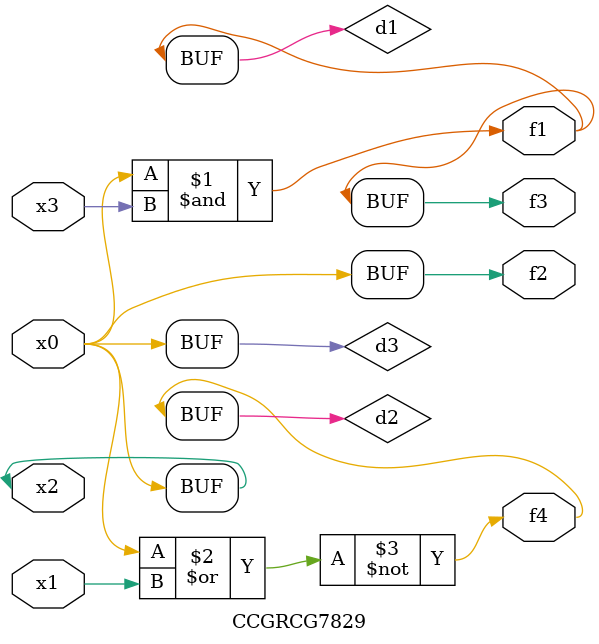
<source format=v>
module CCGRCG7829(
	input x0, x1, x2, x3,
	output f1, f2, f3, f4
);

	wire d1, d2, d3;

	and (d1, x2, x3);
	nor (d2, x0, x1);
	buf (d3, x0, x2);
	assign f1 = d1;
	assign f2 = d3;
	assign f3 = d1;
	assign f4 = d2;
endmodule

</source>
